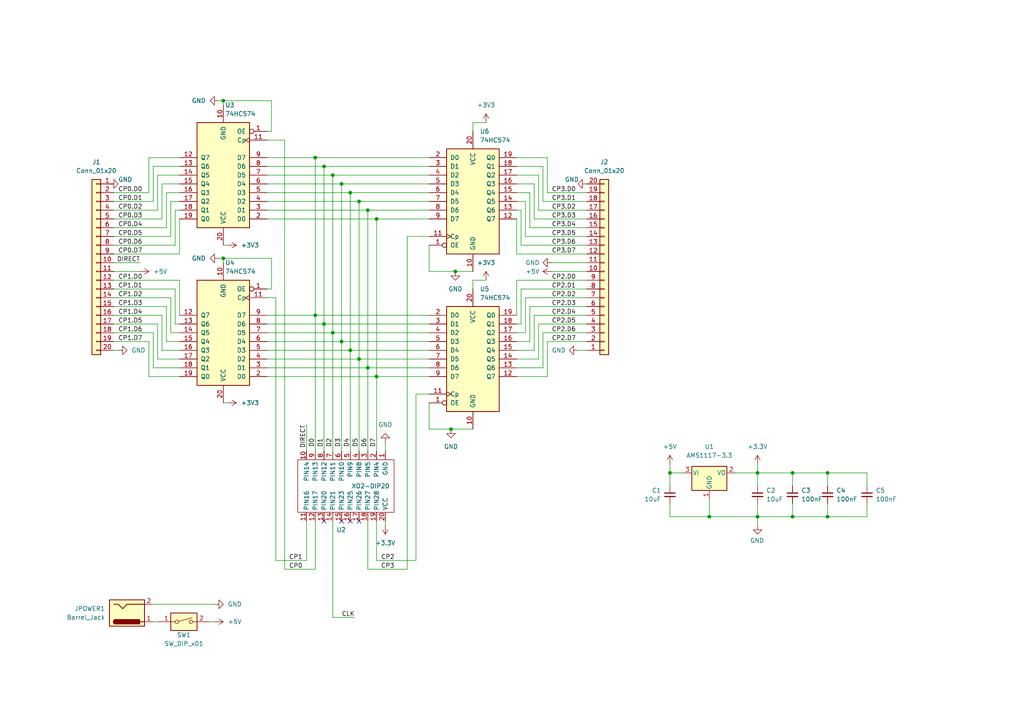
<source format=kicad_sch>
(kicad_sch (version 20231120) (generator "eeschema") (generator_version "8.0")
  (paper "A4")
  (title_block (title "Modboards test rig") (rev "1"))
  (lib_symbols
    (symbol "74xx:74HCT574" (pin_names (offset 1.016))
      (property "Reference" "U" (at -7.62 16.51 0))
      (property "Value" "74HCT574" (at -7.62 -16.51 0))
      (symbol "74HCT574_1_0"
        (pin input inverted (at -12.7 -12.7 0) (length 5.08) (name "OE") (number "1"))
        (pin power_in line (at 0 -20.32 90) (length 5.08) (name "GND") (number "10"))
        (pin input clock (at -12.7 -10.16 0) (length 5.08) (name "Cp") (number "11"))
        (pin tri_state line (at 12.7 -5.08 180) (length 5.08) (name "Q7") (number "12"))
        (pin tri_state line (at 12.7 -2.54 180) (length 5.08) (name "Q6") (number "13"))
        (pin tri_state line (at 12.7 0 180) (length 5.08) (name "Q5") (number "14"))
        (pin tri_state line (at 12.7 2.54 180) (length 5.08) (name "Q4") (number "15"))
        (pin tri_state line (at 12.7 5.08 180) (length 5.08) (name "Q3") (number "16"))
        (pin tri_state line (at 12.7 7.62 180) (length 5.08) (name "Q2") (number "17"))
        (pin tri_state line (at 12.7 10.16 180) (length 5.08) (name "Q1") (number "18"))
        (pin tri_state line (at 12.7 12.7 180) (length 5.08) (name "Q0") (number "19"))
        (pin input line (at -12.7 12.7 0) (length 5.08) (name "D0") (number "2"))
        (pin power_in line (at 0 20.32 270) (length 5.08) (name "VCC") (number "20"))
        (pin input line (at -12.7 10.16 0) (length 5.08) (name "D1") (number "3"))
        (pin input line (at -12.7 7.62 0) (length 5.08) (name "D2") (number "4"))
        (pin input line (at -12.7 5.08 0) (length 5.08) (name "D3") (number "5"))
        (pin input line (at -12.7 2.54 0) (length 5.08) (name "D4") (number "6"))
        (pin input line (at -12.7 0 0) (length 5.08) (name "D5") (number "7"))
        (pin input line (at -12.7 -2.54 0) (length 5.08) (name "D6") (number "8"))
        (pin input line (at -12.7 -5.08 0) (length 5.08) (name "D7") (number "9"))
      )
      (symbol "74HCT574_1_1"
        (rectangle (start -7.62 15.24) (end 7.62 -15.24) (stroke (width 0.254)) (fill (type background)))
      )
    )
    (symbol "Connector:Barrel_Jack" (pin_names (offset 1.016))
      (property "Reference" "J" (at 0 5.334 0))
      (property "Value" "Barrel_Jack" (at 0 -5.08 0))
      (symbol "Barrel_Jack_0_1"
        (rectangle (start -5.08 3.81) (end 5.08 -3.81) (stroke (width 0.254)) (fill (type background)))
        (arc (start -3.302 3.175) (mid -3.9342 2.54) (end -3.302 1.905) (stroke (width 0.254)))
        (arc (start -3.302 3.175) (mid -3.9342 2.54) (end -3.302 1.905) (stroke (width 0.254)) (fill (type outline)))
        (polyline (pts (xy 5.08 2.54) (xy 3.81 2.54)) (stroke (width 0.254)))
        (polyline (pts (xy -3.81 -2.54) (xy -2.54 -2.54) (xy -1.27 -1.27) (xy 0 -2.54) (xy 2.54 -2.54) (xy 5.08 -2.54)) (stroke (width 0.254)))
        (rectangle (start 3.683 3.175) (end -3.302 1.905) (stroke (width 0.254)) (fill (type outline)))
      )
      (symbol "Barrel_Jack_1_1"
        (pin passive line (at 7.62 2.54 180) (length 2.54) (name "~") (number "1"))
        (pin passive line (at 7.62 -2.54 180) (length 2.54) (name "~") (number "2"))
      )
    )
    (symbol "Connector_Generic:Conn_01x20" (pin_names (offset 1.016) hide)
      (property "Reference" "J" (at 0 25.4 0))
      (property "Value" "Conn_01x20" (at 0 -27.94 0))
      (symbol "Conn_01x20_1_1"
        (rectangle (start -1.27 -25.273) (end 0 -25.527) (stroke (width 0.1524)))
        (rectangle (start -1.27 -22.733) (end 0 -22.987) (stroke (width 0.1524)))
        (rectangle (start -1.27 -20.193) (end 0 -20.447) (stroke (width 0.1524)))
        (rectangle (start -1.27 -17.653) (end 0 -17.907) (stroke (width 0.1524)))
        (rectangle (start -1.27 -15.113) (end 0 -15.367) (stroke (width 0.1524)))
        (rectangle (start -1.27 -12.573) (end 0 -12.827) (stroke (width 0.1524)))
        (rectangle (start -1.27 -10.033) (end 0 -10.287) (stroke (width 0.1524)))
        (rectangle (start -1.27 -7.493) (end 0 -7.747) (stroke (width 0.1524)))
        (rectangle (start -1.27 -4.953) (end 0 -5.207) (stroke (width 0.1524)))
        (rectangle (start -1.27 -2.413) (end 0 -2.667) (stroke (width 0.1524)))
        (rectangle (start -1.27 0.127) (end 0 -0.127) (stroke (width 0.1524)))
        (rectangle (start -1.27 2.667) (end 0 2.413) (stroke (width 0.1524)))
        (rectangle (start -1.27 5.207) (end 0 4.953) (stroke (width 0.1524)))
        (rectangle (start -1.27 7.747) (end 0 7.493) (stroke (width 0.1524)))
        (rectangle (start -1.27 10.287) (end 0 10.033) (stroke (width 0.1524)))
        (rectangle (start -1.27 12.827) (end 0 12.573) (stroke (width 0.1524)))
        (rectangle (start -1.27 15.367) (end 0 15.113) (stroke (width 0.1524)))
        (rectangle (start -1.27 17.907) (end 0 17.653) (stroke (width 0.1524)))
        (rectangle (start -1.27 20.447) (end 0 20.193) (stroke (width 0.1524)))
        (rectangle (start -1.27 22.987) (end 0 22.733) (stroke (width 0.1524)))
        (rectangle (start -1.27 24.13) (end 1.27 -26.67) (stroke (width 0.254)) (fill (type background)))
        (pin passive line (at -5.08 22.86 0) (length 3.81) (name "Pin_1") (number "1"))
        (pin passive line (at -5.08 0 0) (length 3.81) (name "Pin_10") (number "10"))
        (pin passive line (at -5.08 -2.54 0) (length 3.81) (name "Pin_11") (number "11"))
        (pin passive line (at -5.08 -5.08 0) (length 3.81) (name "Pin_12") (number "12"))
        (pin passive line (at -5.08 -7.62 0) (length 3.81) (name "Pin_13") (number "13"))
        (pin passive line (at -5.08 -10.16 0) (length 3.81) (name "Pin_14") (number "14"))
        (pin passive line (at -5.08 -12.7 0) (length 3.81) (name "Pin_15") (number "15"))
        (pin passive line (at -5.08 -15.24 0) (length 3.81) (name "Pin_16") (number "16"))
        (pin passive line (at -5.08 -17.78 0) (length 3.81) (name "Pin_17") (number "17"))
        (pin passive line (at -5.08 -20.32 0) (length 3.81) (name "Pin_18") (number "18"))
        (pin passive line (at -5.08 -22.86 0) (length 3.81) (name "Pin_19") (number "19"))
        (pin passive line (at -5.08 20.32 0) (length 3.81) (name "Pin_2") (number "2"))
        (pin passive line (at -5.08 -25.4 0) (length 3.81) (name "Pin_20") (number "20"))
        (pin passive line (at -5.08 17.78 0) (length 3.81) (name "Pin_3") (number "3"))
        (pin passive line (at -5.08 15.24 0) (length 3.81) (name "Pin_4") (number "4"))
        (pin passive line (at -5.08 12.7 0) (length 3.81) (name "Pin_5") (number "5"))
        (pin passive line (at -5.08 10.16 0) (length 3.81) (name "Pin_6") (number "6"))
        (pin passive line (at -5.08 7.62 0) (length 3.81) (name "Pin_7") (number "7"))
        (pin passive line (at -5.08 5.08 0) (length 3.81) (name "Pin_8") (number "8"))
        (pin passive line (at -5.08 2.54 0) (length 3.81) (name "Pin_9") (number "9"))
      )
    )
    (symbol "Device:C_Small" (pin_numbers hide) (pin_names (offset 0.254) hide)
      (property "Reference" "C" (at 0.254 1.778 0))
      (property "Value" "C_Small" (at 0.254 -2.032 0))
      (symbol "C_Small_0_1"
        (polyline (pts (xy -1.524 -0.508) (xy 1.524 -0.508)) (stroke (width 0.3302)))
        (polyline (pts (xy -1.524 0.508) (xy 1.524 0.508)) (stroke (width 0.3048)))
      )
      (symbol "C_Small_1_1"
        (pin passive line (at 0 2.54 270) (length 2.032) (name "~") (number "1"))
        (pin passive line (at 0 -2.54 90) (length 2.032) (name "~") (number "2"))
      )
    )
    (symbol "Library:XO2-DIP20"
      (property "Reference" "U" (at 0 -2.54 0))
      (property "Value" "XO2-DIP20" (at 0 0 0))
      (symbol "XO2-DIP20_0_1"
        (rectangle (start -7.62 -5.08) (end 7.62 -33.02))
      )
      (symbol "XO2-DIP20_1_1"
        (pin power_in line (at -10.16 -7.62 0) (length 2.54) (name "GND") (number "1"))
        (pin bidirectional line (at -10.16 -30.48 0) (length 2.54) (name "PIN14") (number "10"))
        (pin bidirectional line (at 10.16 -30.48 180) (length 2.54) (name "PIN16") (number "11"))
        (pin bidirectional line (at 10.16 -27.94 180) (length 2.54) (name "PIN17") (number "12"))
        (pin bidirectional line (at 10.16 -25.4 180) (length 2.54) (name "PIN20") (number "13"))
        (pin bidirectional line (at 10.16 -22.86 180) (length 2.54) (name "PIN21") (number "14"))
        (pin bidirectional line (at 10.16 -20.32 180) (length 2.54) (name "PIN23") (number "15"))
        (pin bidirectional line (at 10.16 -17.78 180) (length 2.54) (name "PIN25") (number "16"))
        (pin bidirectional line (at 10.16 -15.24 180) (length 2.54) (name "PIN26") (number "17"))
        (pin bidirectional line (at 10.16 -12.7 180) (length 2.54) (name "PIN27") (number "18"))
        (pin bidirectional line (at 10.16 -10.16 180) (length 2.54) (name "PIN28") (number "19"))
        (pin bidirectional line (at -10.16 -10.16 0) (length 2.54) (name "PIN4") (number "2"))
        (pin power_in line (at 10.16 -7.62 180) (length 2.54) (name "VCC") (number "20"))
        (pin bidirectional line (at -10.16 -12.7 0) (length 2.54) (name "PIN5") (number "3"))
        (pin bidirectional line (at -10.16 -15.24 0) (length 2.54) (name "PIN8") (number "4"))
        (pin bidirectional line (at -10.16 -17.78 0) (length 2.54) (name "PIN9") (number "5"))
        (pin bidirectional line (at -10.16 -20.32 0) (length 2.54) (name "PIN10") (number "6"))
        (pin bidirectional line (at -10.16 -22.86 0) (length 2.54) (name "PIN11") (number "7"))
        (pin bidirectional line (at -10.16 -25.4 0) (length 2.54) (name "PIN12") (number "8"))
        (pin bidirectional line (at -10.16 -27.94 0) (length 2.54) (name "PIN13") (number "9"))
      )
    )
    (symbol "Regulator_Linear:AMS1117-3.3" (pin_names (offset 0.254))
      (property "Reference" "U" (at -3.81 3.175 0))
      (property "Value" "AMS1117-3.3" (at 0 3.175 0))
      (symbol "AMS1117-3.3_0_1"
        (rectangle (start -5.08 -5.08) (end 5.08 1.905) (stroke (width 0.254)) (fill (type background)))
      )
      (symbol "AMS1117-3.3_1_1"
        (pin power_in line (at 0 -7.62 90) (length 2.54) (name "GND") (number "1"))
        (pin power_out line (at 7.62 0 180) (length 2.54) (name "VO") (number "2"))
        (pin power_in line (at -7.62 0 0) (length 2.54) (name "VI") (number "3"))
      )
    )
    (symbol "Switch:SW_DIP_x01" (pin_names (offset 0) hide)
      (property "Reference" "SW" (at 0 3.81 0))
      (property "Value" "SW_DIP_x01" (at 0 -3.81 0))
      (symbol "SW_DIP_x01_0_0"
        (circle (center -2.032 0) (radius 0.508))
        (polyline (pts (xy -1.524 0.127) (xy 2.3622 1.1684)))
        (circle (center 2.032 0) (radius 0.508))
      )
      (symbol "SW_DIP_x01_0_1"
        (rectangle (start -3.81 2.54) (end 3.81 -2.54) (stroke (width 0.254)) (fill (type background)))
      )
      (symbol "SW_DIP_x01_1_1"
        (pin passive line (at -7.62 0 0) (length 5.08) (name "~") (number "1"))
        (pin passive line (at 7.62 0 180) (length 5.08) (name "~") (number "2"))
      )
    )
    (symbol "power:+3.3V" (power) (pin_names (offset 0))
      (property "Value" "+3.3V" (at 0 3.556 0))
      (symbol "+3.3V_0_1"
        (polyline (pts (xy -0.762 1.27) (xy 0 2.54)))
        (polyline (pts (xy 0 0) (xy 0 2.54)))
        (polyline (pts (xy 0 2.54) (xy 0.762 1.27)))
      )
      (symbol "+3.3V_1_1"
        (pin power_in line (at 0 0 90) (length 0) hide (name "+3.3V") (number "1"))
      )
    )
    (symbol "power:+3V3" (power) (pin_names (offset 0))
      (property "Value" "+3V3" (at 0 3.556 0))
      (symbol "+3V3_0_1"
        (polyline (pts (xy -0.762 1.27) (xy 0 2.54)))
        (polyline (pts (xy 0 0) (xy 0 2.54)))
        (polyline (pts (xy 0 2.54) (xy 0.762 1.27)))
      )
      (symbol "+3V3_1_1"
        (pin power_in line (at 0 0 90) (length 0) hide (name "+3V3") (number "1"))
      )
    )
    (symbol "power:+5V" (power) (pin_names (offset 0))
      (property "Value" "+5V" (at 0 3.556 0))
      (symbol "+5V_0_1"
        (polyline (pts (xy -0.762 1.27) (xy 0 2.54)))
        (polyline (pts (xy 0 0) (xy 0 2.54)))
        (polyline (pts (xy 0 2.54) (xy 0.762 1.27)))
      )
      (symbol "+5V_1_1"
        (pin power_in line (at 0 0 90) (length 0) hide (name "+5V") (number "1"))
      )
    )
    (symbol "power:GND" (power) (pin_names (offset 0))
      (property "Value" "GND" (at 0 -3.81 0))
      (symbol "GND_0_1"
        (polyline (pts (xy 0 0) (xy 0 -1.27) (xy 1.27 -1.27) (xy 0 -2.54) (xy -1.27 -1.27) (xy 0 -1.27)))
      )
      (symbol "GND_1_1"
        (pin power_in line (at 0 0 270) (length 0) hide (name "GND") (number "1"))
      )
    )
  )
  (junction (at 64.77 29.21))
  (junction (at 104.14 104.14))
  (junction (at 101.6 55.88))
  (junction (at 109.22 109.22))
  (junction (at 101.6 101.6))
  (junction (at 106.68 106.68))
  (junction (at 96.52 50.8))
  (junction (at 93.98 48.26))
  (junction (at 99.06 99.06))
  (junction (at 96.52 96.52))
  (junction (at 106.68 60.96))
  (junction (at 240.03 137.16))
  (junction (at 205.74 149.86))
  (junction (at 64.77 74.93))
  (junction (at 194.31 137.16))
  (junction (at 93.98 93.98))
  (junction (at 219.71 137.16))
  (junction (at 219.71 149.86))
  (junction (at 91.44 91.44))
  (junction (at 229.87 149.86))
  (junction (at 109.22 63.5))
  (junction (at 240.03 149.86))
  (junction (at 132.08 78.74))
  (junction (at 104.14 58.42))
  (junction (at 130.81 124.46))
  (junction (at 91.44 45.72))
  (junction (at 99.06 53.34))
  (junction (at 229.87 137.16))
  (no_connect (at 93.98 151.13))
  (no_connect (at 99.06 151.13))
  (no_connect (at 101.6 151.13))
  (no_connect (at 104.14 151.13))
  (wire (pts (xy 104.14 58.42) (xy 124.46 58.42)))
  (wire (pts (xy 101.6 55.88) (xy 124.46 55.88)))
  (wire (pts (xy 109.22 162.56) (xy 120.65 162.56)))
  (wire (pts (xy 149.86 96.52) (xy 152.4 96.52)))
  (wire (pts (xy 46.99 91.44) (xy 33.02 91.44)))
  (wire (pts (xy 77.47 91.44) (xy 91.44 91.44)))
  (wire (pts (xy 43.18 45.72) (xy 52.07 45.72)))
  (wire (pts (xy 80.01 162.56) (xy 80.01 86.36)))
  (wire (pts (xy 46.99 101.6) (xy 46.99 91.44)))
  (wire (pts (xy 77.47 45.72) (xy 91.44 45.72)))
  (wire (pts (xy 43.18 55.88) (xy 43.18 45.72)))
  (wire (pts (xy 149.86 104.14) (xy 156.21 104.14)))
  (wire (pts (xy 158.75 99.06) (xy 170.18 99.06)))
  (wire (pts (xy 96.52 50.8) (xy 77.47 50.8)))
  (wire (pts (xy 78.74 74.93) (xy 78.74 83.82)))
  (wire (pts (xy 96.52 179.07) (xy 102.87 179.07)))
  (wire (pts (xy 149.86 50.8) (xy 156.21 50.8)))
  (wire (pts (xy 33.02 101.6) (xy 34.29 101.6)))
  (wire (pts (xy 120.65 114.3) (xy 120.65 162.56)))
  (wire (pts (xy 93.98 93.98) (xy 124.46 93.98)))
  (wire (pts (xy 157.48 106.68) (xy 157.48 96.52)))
  (wire (pts (xy 52.07 81.28) (xy 33.02 81.28)))
  (wire (pts (xy 50.8 83.82) (xy 33.02 83.82)))
  (wire (pts (xy 99.06 99.06) (xy 99.06 130.81)))
  (wire (pts (xy 77.47 106.68) (xy 106.68 106.68)))
  (wire (pts (xy 118.11 68.58) (xy 124.46 68.58)))
  (wire (pts (xy 88.9 151.13) (xy 88.9 162.56)))
  (wire (pts (xy 45.72 104.14) (xy 45.72 93.98)))
  (wire (pts (xy 82.55 165.1) (xy 91.44 165.1)))
  (wire (pts (xy 229.87 149.86) (xy 219.71 149.86)))
  (wire (pts (xy 149.86 91.44) (xy 149.86 81.28)))
  (wire (pts (xy 44.45 58.42) (xy 44.45 48.26)))
  (wire (pts (xy 93.98 48.26) (xy 124.46 48.26)))
  (wire (pts (xy 64.77 116.84) (xy 66.04 116.84)))
  (wire (pts (xy 106.68 165.1) (xy 118.11 165.1)))
  (wire (pts (xy 109.22 151.13) (xy 109.22 162.56)))
  (wire (pts (xy 158.75 109.22) (xy 158.75 99.06)))
  (wire (pts (xy 48.26 99.06) (xy 48.26 88.9)))
  (wire (pts (xy 101.6 55.88) (xy 101.6 101.6)))
  (wire (pts (xy 229.87 140.97) (xy 229.87 137.16)))
  (wire (pts (xy 52.07 73.66) (xy 52.07 63.5)))
  (wire (pts (xy 64.77 71.12) (xy 66.04 71.12)))
  (wire (pts (xy 33.02 63.5) (xy 46.99 63.5)))
  (wire (pts (xy 109.22 63.5) (xy 124.46 63.5)))
  (wire (pts (xy 52.07 99.06) (xy 48.26 99.06)))
  (wire (pts (xy 104.14 104.14) (xy 124.46 104.14)))
  (wire (pts (xy 130.81 124.46) (xy 124.46 124.46)))
  (wire (pts (xy 149.86 58.42) (xy 152.4 58.42)))
  (wire (pts (xy 149.86 106.68) (xy 157.48 106.68)))
  (wire (pts (xy 157.48 58.42) (xy 170.18 58.42)))
  (wire (pts (xy 149.86 109.22) (xy 158.75 109.22)))
  (wire (pts (xy 77.47 101.6) (xy 101.6 101.6)))
  (wire (pts (xy 99.06 99.06) (xy 124.46 99.06)))
  (wire (pts (xy 149.86 73.66) (xy 170.18 73.66)))
  (wire (pts (xy 91.44 91.44) (xy 124.46 91.44)))
  (wire (pts (xy 48.26 88.9) (xy 33.02 88.9)))
  (wire (pts (xy 137.16 81.28) (xy 140.97 81.28)))
  (wire (pts (xy 137.16 38.1) (xy 137.16 35.56)))
  (wire (pts (xy 48.26 66.04) (xy 48.26 55.88)))
  (wire (pts (xy 77.47 104.14) (xy 104.14 104.14)))
  (wire (pts (xy 96.52 96.52) (xy 96.52 130.81)))
  (wire (pts (xy 149.86 48.26) (xy 157.48 48.26)))
  (wire (pts (xy 33.02 76.2) (xy 40.64 76.2)))
  (wire (pts (xy 205.74 149.86) (xy 194.31 149.86)))
  (wire (pts (xy 152.4 58.42) (xy 152.4 68.58)))
  (wire (pts (xy 149.86 53.34) (xy 154.94 53.34)))
  (wire (pts (xy 154.94 53.34) (xy 154.94 63.5)))
  (wire (pts (xy 106.68 106.68) (xy 106.68 130.81)))
  (wire (pts (xy 240.03 137.16) (xy 229.87 137.16)))
  (wire (pts (xy 118.11 68.58) (xy 118.11 165.1)))
  (wire (pts (xy 33.02 58.42) (xy 44.45 58.42)))
  (wire (pts (xy 154.94 101.6) (xy 154.94 91.44)))
  (wire (pts (xy 96.52 96.52) (xy 124.46 96.52)))
  (wire (pts (xy 93.98 93.98) (xy 93.98 130.81)))
  (wire (pts (xy 156.21 93.98) (xy 170.18 93.98)))
  (wire (pts (xy 194.31 149.86) (xy 194.31 146.05)))
  (wire (pts (xy 251.46 146.05) (xy 251.46 149.86)))
  (wire (pts (xy 64.77 29.21) (xy 63.5 29.21)))
  (wire (pts (xy 106.68 60.96) (xy 124.46 60.96)))
  (wire (pts (xy 44.45 48.26) (xy 52.07 48.26)))
  (wire (pts (xy 219.71 137.16) (xy 219.71 140.97)))
  (wire (pts (xy 77.47 109.22) (xy 109.22 109.22)))
  (wire (pts (xy 251.46 149.86) (xy 240.03 149.86)))
  (wire (pts (xy 106.68 106.68) (xy 124.46 106.68)))
  (wire (pts (xy 48.26 55.88) (xy 52.07 55.88)))
  (wire (pts (xy 96.52 50.8) (xy 124.46 50.8)))
  (wire (pts (xy 91.44 91.44) (xy 91.44 130.81)))
  (wire (pts (xy 44.45 175.26) (xy 62.23 175.26)))
  (wire (pts (xy 52.07 104.14) (xy 45.72 104.14)))
  (wire (pts (xy 154.94 63.5) (xy 170.18 63.5)))
  (wire (pts (xy 149.86 101.6) (xy 154.94 101.6)))
  (wire (pts (xy 43.18 99.06) (xy 33.02 99.06)))
  (wire (pts (xy 153.67 99.06) (xy 153.67 88.9)))
  (wire (pts (xy 153.67 55.88) (xy 153.67 66.04)))
  (wire (pts (xy 149.86 55.88) (xy 153.67 55.88)))
  (wire (pts (xy 157.48 48.26) (xy 157.48 58.42)))
  (wire (pts (xy 149.86 93.98) (xy 151.13 93.98)))
  (wire (pts (xy 198.12 137.16) (xy 194.31 137.16)))
  (wire (pts (xy 46.99 53.34) (xy 52.07 53.34)))
  (wire (pts (xy 167.64 101.6) (xy 170.18 101.6)))
  (wire (pts (xy 158.75 45.72) (xy 158.75 55.88)))
  (wire (pts (xy 33.02 53.34) (xy 31.75 53.34)))
  (wire (pts (xy 52.07 109.22) (xy 43.18 109.22)))
  (wire (pts (xy 149.86 81.28) (xy 170.18 81.28)))
  (wire (pts (xy 137.16 35.56) (xy 140.97 35.56)))
  (wire (pts (xy 49.53 58.42) (xy 52.07 58.42)))
  (wire (pts (xy 99.06 53.34) (xy 124.46 53.34)))
  (wire (pts (xy 132.08 78.74) (xy 124.46 78.74)))
  (wire (pts (xy 151.13 83.82) (xy 170.18 83.82)))
  (wire (pts (xy 49.53 86.36) (xy 33.02 86.36)))
  (wire (pts (xy 240.03 140.97) (xy 240.03 137.16)))
  (wire (pts (xy 152.4 86.36) (xy 170.18 86.36)))
  (wire (pts (xy 194.31 134.62) (xy 194.31 137.16)))
  (wire (pts (xy 149.86 45.72) (xy 158.75 45.72)))
  (wire (pts (xy 82.55 40.64) (xy 82.55 165.1)))
  (wire (pts (xy 33.02 60.96) (xy 45.72 60.96)))
  (wire (pts (xy 52.07 96.52) (xy 49.53 96.52)))
  (wire (pts (xy 240.03 146.05) (xy 240.03 149.86)))
  (wire (pts (xy 45.72 50.8) (xy 52.07 50.8)))
  (wire (pts (xy 154.94 91.44) (xy 170.18 91.44)))
  (wire (pts (xy 156.21 60.96) (xy 170.18 60.96)))
  (wire (pts (xy 77.47 93.98) (xy 93.98 93.98)))
  (wire (pts (xy 82.55 40.64) (xy 77.47 40.64)))
  (wire (pts (xy 109.22 109.22) (xy 124.46 109.22)))
  (wire (pts (xy 64.77 74.93) (xy 63.5 74.93)))
  (wire (pts (xy 45.72 93.98) (xy 33.02 93.98)))
  (wire (pts (xy 88.9 123.19) (xy 88.9 130.81)))
  (wire (pts (xy 111.76 128.27) (xy 111.76 130.81)))
  (wire (pts (xy 46.99 63.5) (xy 46.99 53.34)))
  (wire (pts (xy 91.44 165.1) (xy 91.44 151.13)))
  (wire (pts (xy 152.4 96.52) (xy 152.4 86.36)))
  (wire (pts (xy 45.72 60.96) (xy 45.72 50.8)))
  (wire (pts (xy 49.53 68.58) (xy 49.53 58.42)))
  (wire (pts (xy 50.8 93.98) (xy 50.8 83.82)))
  (wire (pts (xy 158.75 55.88) (xy 170.18 55.88)))
  (wire (pts (xy 80.01 162.56) (xy 88.9 162.56)))
  (wire (pts (xy 96.52 50.8) (xy 96.52 96.52)))
  (wire (pts (xy 101.6 101.6) (xy 101.6 130.81)))
  (wire (pts (xy 52.07 91.44) (xy 52.07 81.28)))
  (wire (pts (xy 33.02 55.88) (xy 43.18 55.88)))
  (wire (pts (xy 101.6 55.88) (xy 77.47 55.88)))
  (wire (pts (xy 91.44 45.72) (xy 124.46 45.72)))
  (wire (pts (xy 78.74 38.1) (xy 77.47 38.1)))
  (wire (pts (xy 124.46 124.46) (xy 124.46 116.84)))
  (wire (pts (xy 50.8 71.12) (xy 50.8 60.96)))
  (wire (pts (xy 78.74 83.82) (xy 77.47 83.82)))
  (wire (pts (xy 240.03 137.16) (xy 251.46 137.16)))
  (wire (pts (xy 149.86 99.06) (xy 153.67 99.06)))
  (wire (pts (xy 52.07 101.6) (xy 46.99 101.6)))
  (wire (pts (xy 229.87 146.05) (xy 229.87 149.86)))
  (wire (pts (xy 106.68 60.96) (xy 106.68 106.68)))
  (wire (pts (xy 152.4 68.58) (xy 170.18 68.58)))
  (wire (pts (xy 99.06 53.34) (xy 99.06 99.06)))
  (wire (pts (xy 44.45 180.34) (xy 45.72 180.34)))
  (wire (pts (xy 153.67 66.04) (xy 170.18 66.04)))
  (wire (pts (xy 78.74 29.21) (xy 78.74 38.1)))
  (wire (pts (xy 64.77 76.2) (xy 64.77 74.93)))
  (wire (pts (xy 33.02 68.58) (xy 49.53 68.58)))
  (wire (pts (xy 213.36 137.16) (xy 219.71 137.16)))
  (wire (pts (xy 77.47 96.52) (xy 96.52 96.52)))
  (wire (pts (xy 109.22 109.22) (xy 109.22 130.81)))
  (wire (pts (xy 44.45 106.68) (xy 44.45 96.52)))
  (wire (pts (xy 219.71 146.05) (xy 219.71 149.86)))
  (wire (pts (xy 49.53 96.52) (xy 49.53 86.36)))
  (wire (pts (xy 153.67 88.9) (xy 170.18 88.9)))
  (wire (pts (xy 52.07 106.68) (xy 44.45 106.68)))
  (wire (pts (xy 80.01 86.36) (xy 77.47 86.36)))
  (wire (pts (xy 219.71 149.86) (xy 205.74 149.86)))
  (wire (pts (xy 151.13 60.96) (xy 151.13 71.12)))
  (wire (pts (xy 50.8 60.96) (xy 52.07 60.96)))
  (wire (pts (xy 194.31 137.16) (xy 194.31 140.97)))
  (wire (pts (xy 93.98 48.26) (xy 77.47 48.26)))
  (wire (pts (xy 64.77 30.48) (xy 64.77 29.21)))
  (wire (pts (xy 64.77 74.93) (xy 78.74 74.93)))
  (wire (pts (xy 104.14 58.42) (xy 77.47 58.42)))
  (wire (pts (xy 151.13 71.12) (xy 170.18 71.12)))
  (wire (pts (xy 96.52 151.13) (xy 96.52 179.07)))
  (wire (pts (xy 130.81 124.46) (xy 137.16 124.46)))
  (wire (pts (xy 111.76 151.13) (xy 111.76 152.4)))
  (wire (pts (xy 132.08 78.74) (xy 137.16 78.74)))
  (wire (pts (xy 33.02 71.12) (xy 50.8 71.12)))
  (wire (pts (xy 64.77 29.21) (xy 78.74 29.21)))
  (wire (pts (xy 205.74 144.78) (xy 205.74 149.86)))
  (wire (pts (xy 160.02 78.74) (xy 170.18 78.74)))
  (wire (pts (xy 160.02 76.2) (xy 170.18 76.2)))
  (wire (pts (xy 60.96 180.34) (xy 62.23 180.34)))
  (wire (pts (xy 104.14 104.14) (xy 104.14 130.81)))
  (wire (pts (xy 109.22 63.5) (xy 109.22 109.22)))
  (wire (pts (xy 156.21 50.8) (xy 156.21 60.96)))
  (wire (pts (xy 44.45 96.52) (xy 33.02 96.52)))
  (wire (pts (xy 33.02 78.74) (xy 40.64 78.74)))
  (wire (pts (xy 157.48 96.52) (xy 170.18 96.52)))
  (wire (pts (xy 93.98 48.26) (xy 93.98 93.98)))
  (wire (pts (xy 251.46 137.16) (xy 251.46 140.97)))
  (wire (pts (xy 33.02 66.04) (xy 48.26 66.04)))
  (wire (pts (xy 137.16 83.82) (xy 137.16 81.28)))
  (wire (pts (xy 219.71 134.62) (xy 219.71 137.16)))
  (wire (pts (xy 33.02 73.66) (xy 52.07 73.66)))
  (wire (pts (xy 149.86 60.96) (xy 151.13 60.96)))
  (wire (pts (xy 77.47 99.06) (xy 99.06 99.06)))
  (wire (pts (xy 104.14 58.42) (xy 104.14 104.14)))
  (wire (pts (xy 43.18 109.22) (xy 43.18 99.06)))
  (wire (pts (xy 124.46 78.74) (xy 124.46 71.12)))
  (wire (pts (xy 101.6 101.6) (xy 124.46 101.6)))
  (wire (pts (xy 52.07 93.98) (xy 50.8 93.98)))
  (wire (pts (xy 240.03 149.86) (xy 229.87 149.86)))
  (wire (pts (xy 219.71 149.86) (xy 219.71 152.4)))
  (wire (pts (xy 106.68 151.13) (xy 106.68 165.1)))
  (wire (pts (xy 149.86 63.5) (xy 149.86 73.66)))
  (wire (pts (xy 156.21 104.14) (xy 156.21 93.98)))
  (wire (pts (xy 120.65 114.3) (xy 124.46 114.3)))
  (wire (pts (xy 99.06 53.34) (xy 77.47 53.34)))
  (wire (pts (xy 229.87 137.16) (xy 219.71 137.16)))
  (wire (pts (xy 109.22 63.5) (xy 77.47 63.5)))
  (wire (pts (xy 91.44 45.72) (xy 91.44 91.44)))
  (wire (pts (xy 106.68 60.96) (xy 77.47 60.96)))
  (wire (pts (xy 151.13 93.98) (xy 151.13 83.82)))
  (label "CP1.D1" (at 34.29 83.82 0))
  (label "D0" (at 91.44 127 270))
  (label "CP1.D4" (at 34.29 91.44 0))
  (label "CP3.D4" (at 160.02 66.04 0))
  (label "CP3" (at 110.49 165.1 0))
  (label "CP2.D6" (at 160.02 96.52 0))
  (label "CP3.D3" (at 160.02 63.5 0))
  (label "CP3.D0" (at 160.02 55.88 0))
  (label "CP1.D3" (at 34.29 88.9 0))
  (label "CP0.D2" (at 34.29 60.96 0))
  (label "CP0.D3" (at 34.29 63.5 0))
  (label "D5" (at 104.14 127 270))
  (label "CP2.D3" (at 160.02 88.9 0))
  (label "D3" (at 99.06 127 270))
  (label "CP2.D7" (at 160.02 99.06 0))
  (label "D1" (at 93.98 127 270))
  (label "CP1.D2" (at 34.29 86.36 0))
  (label "CP3.D6" (at 160.02 71.12 0))
  (label "CP0.D0" (at 34.29 55.88 0))
  (label "DIRECT" (at 40.64 76.2 180))
  (label "CP3.D7" (at 160.02 73.66 0))
  (label "CP2" (at 110.49 162.56 0))
  (label "CP3.D2" (at 160.02 60.96 0))
  (label "CP0.D5" (at 34.29 68.58 0))
  (label "CP0.D4" (at 34.29 66.04 0))
  (label "DIRECT" (at 88.9 123.19 270))
  (label "CP2.D0" (at 160.02 81.28 0))
  (label "CP3.D1" (at 160.02 58.42 0))
  (label "CP0.D7" (at 34.29 73.66 0))
  (label "CLK" (at 102.87 179.07 180))
  (label "CP1.D5" (at 34.29 93.98 0))
  (label "CP2.D2" (at 160.02 86.36 0))
  (label "D7" (at 109.22 127 270))
  (label "CP1.D0" (at 34.29 81.28 0))
  (label "D4" (at 101.6 127 270))
  (label "D2" (at 96.52 127 270))
  (label "CP3.D5" (at 160.02 68.58 0))
  (label "CP2.D1" (at 160.02 83.82 0))
  (label "CP1" (at 83.82 162.56 0))
  (label "CP0.D6" (at 34.29 71.12 0))
  (label "CP1.D7" (at 34.29 99.06 0))
  (label "CP2.D5" (at 160.02 93.98 0))
  (label "D6" (at 106.68 127 270))
  (label "CP0" (at 83.82 165.1 0))
  (label "CP0.D1" (at 34.29 58.42 0))
  (label "CP1.D6" (at 34.29 96.52 0))
  (label "CP2.D4" (at 160.02 91.44 0))
  (symbol (lib_id "power:+3.3V") (at 219.71 134.62 0) (mirror y) (unit 1)
    (property "Reference" "#PWR0104" (effects (hide yes)))
    (property "Value" "+3.3V" (at 219.71 129.54 0))
  )
  (symbol (lib_id "power:+5V") (at 160.02 78.74 90) (mirror x) (unit 1)
    (property "Reference" "#PWR?" (effects (hide yes)))
    (property "Value" "+5V" (at 152.4 78.74 90) (effects (justify right)))
  )
  (symbol (lib_id "74xx:74HCT574") (at 64.77 50.8 180) (unit 1)
    (property "Reference" "U3" (at 65.2906 30.48 0) (effects (justify right)))
    (property "Value" "74HC574" (at 65.2906 33.02 0) (effects (justify right)))
    (property "Datasheet" "http://www.ti.com/lit/gpn/sn74HCT574" (effects (hide yes)))
  )
  (symbol (lib_id "74xx:74HCT574") (at 137.16 104.14 0) (unit 1)
    (property "Reference" "U5" (at 139.1794 83.82 0) (effects (justify left)))
    (property "Value" "74HC574" (at 139.1794 86.36 0) (effects (justify left)))
    (property "Datasheet" "http://www.ti.com/lit/gpn/sn74HCT574" (effects (hide yes)))
  )
  (symbol (lib_id "power:GND") (at 170.18 53.34 270) (unit 1)
    (property "Reference" "#PWR?" (effects (hide yes)))
    (property "Value" "GND" (at 163.83 52.07 90) (effects (justify left)))
  )
  (symbol (lib_id "Device:C_Small") (at 194.31 143.51 0) (mirror y) (unit 1)
    (property "Reference" "C1" (at 191.77 142.2462 0) (effects (justify left)))
    (property "Value" "10uF" (at 191.77 144.7862 0) (effects (justify left)))
  )
  (symbol (lib_id "Device:C_Small") (at 251.46 143.51 0) (mirror y) (unit 1)
    (property "Reference" "C5" (at 254 142.2462 0) (effects (justify right)))
    (property "Value" "100nF" (at 254 144.7862 0) (effects (justify right)))
  )
  (symbol (lib_id "power:+3.3V") (at 111.76 152.4 180) (unit 1)
    (property "Reference" "#PWR0107" (effects (hide yes)))
    (property "Value" "+3.3V" (at 111.76 157.48 0))
  )
  (symbol (lib_id "power:+5V") (at 40.64 78.74 270) (mirror x) (unit 1)
    (property "Reference" "#PWR?" (effects (hide yes)))
    (property "Value" "+5V" (at 44.45 78.7399 90) (effects (justify left)))
  )
  (symbol (lib_id "power:+3V3") (at 66.04 116.84 270) (unit 1)
    (property "Reference" "#PWR?" (effects (hide yes)))
    (property "Value" "+3V3" (at 69.85 116.8399 90) (effects (justify left)))
  )
  (symbol (lib_id "Library:XO2-DIP20") (at 119.38 140.97 270) (unit 1)
    (property "Reference" "U2" (at 100.33 153.67 90) (effects (justify right)))
    (property "Value" "XO2-DIP20" (at 113.03 140.97 90) (effects (justify right)))
  )
  (symbol (lib_id "power:GND") (at 62.23 175.26 90) (unit 1)
    (property "Reference" "#PWR?" (effects (hide yes)))
    (property "Value" "GND" (at 66.04 175.2599 90) (effects (justify right)))
  )
  (symbol (lib_id "power:+3V3") (at 140.97 35.56 0) (unit 1)
    (property "Reference" "#PWR?" (effects (hide yes)))
    (property "Value" "+3V3" (at 140.97 30.48 0))
  )
  (symbol (lib_id "power:GND") (at 130.81 124.46 0) (unit 1)
    (property "Reference" "#PWR?" (effects (hide yes)))
    (property "Value" "GND" (at 130.81 129.54 0))
  )
  (symbol (lib_id "power:GND") (at 34.29 101.6 90) (unit 1)
    (property "Reference" "#PWR?" (effects (hide yes)))
    (property "Value" "GND" (at 38.1 101.5999 90) (effects (justify right)))
  )
  (symbol (lib_id "Connector_Generic:Conn_01x20") (at 175.26 78.74 0) (mirror x) (unit 1)
    (property "Reference" "J2" (at 175.26 46.99 0))
    (property "Value" "Conn_01x20" (at 175.26 49.53 0))
  )
  (symbol (lib_id "Connector:Barrel_Jack") (at 36.83 177.8 0) (mirror x) (unit 1)
    (property "Reference" "JPOWER1" (at 30.48 176.5299 0) (effects (justify right)))
    (property "Value" "Barrel_Jack" (at 30.48 179.0699 0) (effects (justify right)))
  )
  (symbol (lib_id "74xx:74HCT574") (at 64.77 96.52 180) (unit 1)
    (property "Reference" "U4" (at 65.2906 76.2 0) (effects (justify right)))
    (property "Value" "74HC574" (at 65.2906 78.74 0) (effects (justify right)))
    (property "Datasheet" "http://www.ti.com/lit/gpn/sn74HCT574" (effects (hide yes)))
  )
  (symbol (lib_id "power:GND") (at 160.02 76.2 270) (unit 1)
    (property "Reference" "#PWR?" (effects (hide yes)))
    (property "Value" "GND" (at 152.4 76.2 90) (effects (justify left)))
  )
  (symbol (lib_id "Switch:SW_DIP_x01") (at 53.34 180.34 0) (unit 1)
    (property "Reference" "SW1" (at 53.34 184.15 0))
    (property "Value" "SW_DIP_x01" (at 53.34 186.69 0))
  )
  (symbol (lib_id "power:+3V3") (at 140.97 81.28 0) (unit 1)
    (property "Reference" "#PWR?" (effects (hide yes)))
    (property "Value" "+3V3" (at 140.97 76.2 0))
  )
  (symbol (lib_id "Regulator_Linear:AMS1117-3.3") (at 205.74 137.16 0) (unit 1)
    (property "Reference" "U1" (at 205.74 129.54 0))
    (property "Value" "AMS1117-3.3" (at 205.74 132.08 0))
    (property "Footprint" "Package_TO_SOT_SMD:SOT-223-3_TabPin2" (effects (hide yes)))
    (property "Datasheet" "http://www.advanced-monolithic.com/pdf/ds1117.pdf" (effects (hide yes)))
  )
  (symbol (lib_id "power:+3V3") (at 66.04 71.12 270) (unit 1)
    (property "Reference" "#PWR?" (effects (hide yes)))
    (property "Value" "+3V3" (at 69.85 71.1199 90) (effects (justify left)))
  )
  (symbol (lib_id "power:GND") (at 167.64 101.6 270) (unit 1)
    (property "Reference" "#PWR?" (effects (hide yes)))
    (property "Value" "GND" (at 160.02 101.6 90) (effects (justify left)))
  )
  (symbol (lib_id "power:GND") (at 132.08 78.74 0) (unit 1)
    (property "Reference" "#PWR?" (effects (hide yes)))
    (property "Value" "GND" (at 132.08 83.82 0))
  )
  (symbol (lib_id "Device:C_Small") (at 229.87 143.51 0) (mirror y) (unit 1)
    (property "Reference" "C3" (at 232.41 142.2462 0) (effects (justify right)))
    (property "Value" "100nF" (at 232.41 144.7862 0) (effects (justify right)))
  )
  (symbol (lib_id "power:+5V") (at 62.23 180.34 270) (unit 1)
    (property "Reference" "#PWR?" (effects (hide yes)))
    (property "Value" "+5V" (at 66.04 180.3399 90) (effects (justify left)))
  )
  (symbol (lib_id "74xx:74HCT574") (at 137.16 58.42 0) (unit 1)
    (property "Reference" "U6" (at 139.1794 38.1 0) (effects (justify left)))
    (property "Value" "74HC574" (at 139.1794 40.64 0) (effects (justify left)))
    (property "Datasheet" "http://www.ti.com/lit/gpn/sn74HCT574" (effects (hide yes)))
  )
  (symbol (lib_id "power:GND") (at 63.5 29.21 270) (unit 1)
    (property "Reference" "#PWR?" (effects (hide yes)))
    (property "Value" "GND" (at 59.69 29.2099 90) (effects (justify right)))
  )
  (symbol (lib_id "power:+5V") (at 194.31 134.62 0) (mirror y) (unit 1)
    (property "Reference" "#PWR0105" (effects (hide yes)))
    (property "Value" "+5V" (at 194.31 129.54 0))
  )
  (symbol (lib_id "Connector_Generic:Conn_01x20") (at 27.94 76.2 0) (mirror y) (unit 1)
    (property "Reference" "J1" (at 27.94 46.99 0))
    (property "Value" "Conn_01x20" (at 27.94 49.53 0))
  )
  (symbol (lib_id "power:GND") (at 31.75 53.34 90) (unit 1)
    (property "Reference" "#PWR?" (effects (hide yes)))
    (property "Value" "GND" (at 34.29 52.07 90) (effects (justify right)))
  )
  (symbol (lib_id "power:GND") (at 219.71 152.4 0) (mirror y) (unit 1)
    (property "Reference" "#PWR0106" (effects (hide yes)))
    (property "Value" "GND" (at 219.583 156.7942 0))
  )
  (symbol (lib_id "Device:C_Small") (at 240.03 143.51 0) (mirror y) (unit 1)
    (property "Reference" "C4" (at 242.57 142.2462 0) (effects (justify right)))
    (property "Value" "100nF" (at 242.57 144.7862 0) (effects (justify right)))
  )
  (symbol (lib_id "Device:C_Small") (at 219.71 143.51 0) (mirror y) (unit 1)
    (property "Reference" "C2" (at 222.25 142.2462 0) (effects (justify right)))
    (property "Value" "10uF" (at 222.25 144.7862 0) (effects (justify right)))
  )
  (symbol (lib_id "power:GND") (at 63.5 74.93 270) (unit 1)
    (property "Reference" "#PWR?" (effects (hide yes)))
    (property "Value" "GND" (at 59.69 74.9299 90) (effects (justify right)))
  )
  (symbol (lib_id "power:GND") (at 111.76 128.27 180) (unit 1)
    (property "Reference" "#PWR0101" (effects (hide yes)))
    (property "Value" "GND" (at 111.76 123.19 0))
  )
)
</source>
